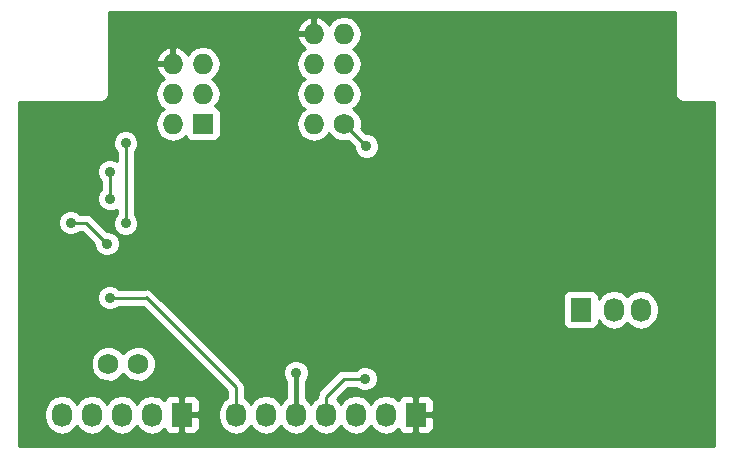
<source format=gbl>
%FSLAX46Y46*%
G04 Gerber Fmt 4.6, Leading zero omitted, Abs format (unit mm)*
G04 Created by KiCad (PCBNEW (2014-10-27 BZR 5228)-product) date 2/21/2015 5:46:05 PM*
%MOMM*%
G01*
G04 APERTURE LIST*
%ADD10C,0.100000*%
%ADD11C,1.750000*%
%ADD12R,1.727200X2.032000*%
%ADD13O,1.727200X2.032000*%
%ADD14R,1.727200X1.727200*%
%ADD15O,1.727200X1.727200*%
%ADD16C,1.727200*%
%ADD17C,0.889000*%
%ADD18C,0.406400*%
%ADD19C,0.254000*%
G04 APERTURE END LIST*
D10*
D11*
X8255000Y-30480000D03*
D12*
X48260000Y-25908000D03*
D13*
X51054000Y-25908000D03*
X53340000Y-25908000D03*
D12*
X14478000Y-34798000D03*
D13*
X11938000Y-34798000D03*
X9398000Y-34798000D03*
X6858000Y-34798000D03*
X4318000Y-34798000D03*
D12*
X34290000Y-34798000D03*
D13*
X31750000Y-34798000D03*
X29210000Y-34798000D03*
X26670000Y-34798000D03*
X24130000Y-34798000D03*
X21590000Y-34798000D03*
X19050000Y-34798000D03*
D14*
X16256000Y-10160000D03*
D15*
X13716000Y-10160000D03*
X16256000Y-7620000D03*
X13716000Y-7620000D03*
X16256000Y-5080000D03*
X13716000Y-5080000D03*
D16*
X28194000Y-10160000D03*
D15*
X25654000Y-10160000D03*
X28194000Y-7620000D03*
X25654000Y-7620000D03*
X28194000Y-5080000D03*
X25654000Y-5080000D03*
X28194000Y-2540000D03*
X25654000Y-2540000D03*
D11*
X10795000Y-30480000D03*
D17*
X3810000Y-15748000D03*
X9144000Y-8128000D03*
X6858000Y-26924000D03*
X13208000Y-20828000D03*
X36639500Y-5842000D03*
X18986500Y-22415500D03*
X22733000Y-21717000D03*
X17018000Y-24384000D03*
X13462000Y-13462000D03*
X20891500Y-8445500D03*
X21463000Y-2540000D03*
X20891500Y-5016500D03*
X18605500Y-11493500D03*
X51054000Y-17526000D03*
X37338000Y-1778000D03*
X24130000Y-31242000D03*
X8382000Y-16510000D03*
X8382000Y-14224000D03*
X30099000Y-12065000D03*
X9715500Y-18605500D03*
X9715500Y-11811000D03*
X8128000Y-20320000D03*
X5080000Y-18542000D03*
X8382000Y-24892000D03*
X29972000Y-31750000D03*
D18*
X3810000Y-15748000D02*
X3810000Y-13462000D01*
X12192000Y-5080000D02*
X13716000Y-5080000D01*
X12192000Y-5080000D02*
X9144000Y-8128000D01*
X9144000Y-8128000D02*
X3810000Y-13462000D01*
X14478000Y-34798000D02*
X14478000Y-31242000D01*
X10160000Y-26924000D02*
X6858000Y-26924000D01*
X14478000Y-31242000D02*
X10160000Y-26924000D01*
X17018000Y-24384000D02*
X18986500Y-22415500D01*
X16637000Y-13462000D02*
X13462000Y-13462000D01*
X20891500Y-8445500D02*
X18605500Y-10731500D01*
X21463000Y-2540000D02*
X20891500Y-3111500D01*
X25654000Y-2540000D02*
X21463000Y-2540000D01*
X20891500Y-3111500D02*
X20891500Y-5016500D01*
X20891500Y-8445500D02*
X20891500Y-5016500D01*
X18605500Y-10731500D02*
X18605500Y-11493500D01*
X18605500Y-11493500D02*
X16637000Y-13462000D01*
X24130000Y-34798000D02*
X24130000Y-31242000D01*
D19*
X8382000Y-16510000D02*
X8382000Y-14224000D01*
X30099000Y-12065000D02*
X28194000Y-10160000D01*
X9715500Y-18605500D02*
X9715500Y-11811000D01*
X6350000Y-18542000D02*
X8128000Y-20320000D01*
X5080000Y-18542000D02*
X6350000Y-18542000D01*
X11430000Y-24892000D02*
X11451788Y-24870212D01*
X8382000Y-24892000D02*
X11430000Y-24892000D01*
X19050000Y-34798000D02*
X19050000Y-32468424D01*
X19050000Y-32468424D02*
X11451788Y-24870212D01*
X29972000Y-31750000D02*
X28194000Y-31750000D01*
X28194000Y-31750000D02*
X26670000Y-33274000D01*
X26670000Y-33274000D02*
X26670000Y-34798000D01*
G36*
X59513000Y-37415000D02*
X54838600Y-37415000D01*
X54838600Y-26092745D01*
X54838600Y-25723255D01*
X54724526Y-25149766D01*
X54399670Y-24663585D01*
X53913489Y-24338729D01*
X53340000Y-24224655D01*
X52766511Y-24338729D01*
X52280330Y-24663585D01*
X52197000Y-24788297D01*
X52113670Y-24663585D01*
X51627489Y-24338729D01*
X51054000Y-24224655D01*
X50480511Y-24338729D01*
X49994330Y-24663585D01*
X49758600Y-25016379D01*
X49758600Y-24765691D01*
X49661927Y-24532302D01*
X49483299Y-24353673D01*
X49249910Y-24257000D01*
X48997291Y-24257000D01*
X47270091Y-24257000D01*
X47036702Y-24353673D01*
X46858073Y-24532301D01*
X46761400Y-24765690D01*
X46761400Y-25018309D01*
X46761400Y-27050309D01*
X46858073Y-27283698D01*
X47036701Y-27462327D01*
X47270090Y-27559000D01*
X47522709Y-27559000D01*
X49249909Y-27559000D01*
X49483298Y-27462327D01*
X49661927Y-27283699D01*
X49758600Y-27050310D01*
X49758600Y-26799620D01*
X49994330Y-27152415D01*
X50480511Y-27477271D01*
X51054000Y-27591345D01*
X51627489Y-27477271D01*
X52113670Y-27152415D01*
X52197000Y-27027702D01*
X52280330Y-27152415D01*
X52766511Y-27477271D01*
X53340000Y-27591345D01*
X53913489Y-27477271D01*
X54399670Y-27152415D01*
X54724526Y-26666234D01*
X54838600Y-26092745D01*
X54838600Y-37415000D01*
X35788600Y-37415000D01*
X35788600Y-35940310D01*
X35788600Y-35687691D01*
X35788600Y-35083750D01*
X35788600Y-34512250D01*
X35788600Y-33908309D01*
X35788600Y-33655690D01*
X35691927Y-33422301D01*
X35513298Y-33243673D01*
X35279909Y-33147000D01*
X34575750Y-33147000D01*
X34417000Y-33305750D01*
X34417000Y-34671000D01*
X35629850Y-34671000D01*
X35788600Y-34512250D01*
X35788600Y-35083750D01*
X35629850Y-34925000D01*
X34417000Y-34925000D01*
X34417000Y-36290250D01*
X34575750Y-36449000D01*
X35279909Y-36449000D01*
X35513298Y-36352327D01*
X35691927Y-36173699D01*
X35788600Y-35940310D01*
X35788600Y-37415000D01*
X34163000Y-37415000D01*
X34163000Y-36290250D01*
X34163000Y-34925000D01*
X34143000Y-34925000D01*
X34143000Y-34671000D01*
X34163000Y-34671000D01*
X34163000Y-33305750D01*
X34004250Y-33147000D01*
X33300091Y-33147000D01*
X33066702Y-33243673D01*
X32888073Y-33422301D01*
X32824499Y-33575779D01*
X32809670Y-33553585D01*
X32323489Y-33228729D01*
X31750000Y-33114655D01*
X31178687Y-33228296D01*
X31178687Y-11851216D01*
X31014689Y-11454311D01*
X30711286Y-11150378D01*
X30314668Y-10985687D01*
X30097127Y-10985497D01*
X29656745Y-10545115D01*
X29692339Y-10459398D01*
X29692859Y-9863218D01*
X29465192Y-9312220D01*
X29043997Y-8890290D01*
X29006004Y-8874514D01*
X29253670Y-8709029D01*
X29578526Y-8222848D01*
X29692600Y-7649359D01*
X29692600Y-7590641D01*
X29578526Y-7017152D01*
X29253670Y-6530971D01*
X28982827Y-6350000D01*
X29253670Y-6169029D01*
X29578526Y-5682848D01*
X29692600Y-5109359D01*
X29692600Y-5050641D01*
X29578526Y-4477152D01*
X29253670Y-3990971D01*
X28982827Y-3810000D01*
X29253670Y-3629029D01*
X29578526Y-3142848D01*
X29692600Y-2569359D01*
X29692600Y-2510641D01*
X29578526Y-1937152D01*
X29253670Y-1450971D01*
X28767489Y-1126115D01*
X28194000Y-1012041D01*
X27620511Y-1126115D01*
X27134330Y-1450971D01*
X26918336Y-1774228D01*
X26860821Y-1651510D01*
X26428947Y-1257312D01*
X26013026Y-1085042D01*
X25781000Y-1206183D01*
X25781000Y-2413000D01*
X25801000Y-2413000D01*
X25801000Y-2667000D01*
X25781000Y-2667000D01*
X25781000Y-2687000D01*
X25527000Y-2687000D01*
X25527000Y-2667000D01*
X25527000Y-2413000D01*
X25527000Y-1206183D01*
X25294974Y-1085042D01*
X24879053Y-1257312D01*
X24447179Y-1651510D01*
X24199032Y-2180973D01*
X24319531Y-2413000D01*
X25527000Y-2413000D01*
X25527000Y-2667000D01*
X24319531Y-2667000D01*
X24199032Y-2899027D01*
X24447179Y-3428490D01*
X24865160Y-3810007D01*
X24594330Y-3990971D01*
X24269474Y-4477152D01*
X24155400Y-5050641D01*
X24155400Y-5109359D01*
X24269474Y-5682848D01*
X24594330Y-6169029D01*
X24865172Y-6350000D01*
X24594330Y-6530971D01*
X24269474Y-7017152D01*
X24155400Y-7590641D01*
X24155400Y-7649359D01*
X24269474Y-8222848D01*
X24594330Y-8709029D01*
X24865172Y-8890000D01*
X24594330Y-9070971D01*
X24269474Y-9557152D01*
X24155400Y-10130641D01*
X24155400Y-10189359D01*
X24269474Y-10762848D01*
X24594330Y-11249029D01*
X25080511Y-11573885D01*
X25654000Y-11687959D01*
X26227489Y-11573885D01*
X26713670Y-11249029D01*
X26904489Y-10963446D01*
X26922808Y-11007780D01*
X27344003Y-11429710D01*
X27894602Y-11658339D01*
X28490782Y-11658859D01*
X28578843Y-11622473D01*
X29019500Y-12063130D01*
X29019313Y-12278784D01*
X29183311Y-12675689D01*
X29486714Y-12979622D01*
X29883332Y-13144313D01*
X30312784Y-13144687D01*
X30709689Y-12980689D01*
X31013622Y-12677286D01*
X31178313Y-12280668D01*
X31178687Y-11851216D01*
X31178687Y-33228296D01*
X31176511Y-33228729D01*
X30690330Y-33553585D01*
X30480000Y-33868365D01*
X30269670Y-33553585D01*
X29783489Y-33228729D01*
X29210000Y-33114655D01*
X28636511Y-33228729D01*
X28150330Y-33553585D01*
X27940000Y-33868365D01*
X27729670Y-33553585D01*
X27572837Y-33448792D01*
X28509630Y-32512000D01*
X29207358Y-32512000D01*
X29359714Y-32664622D01*
X29756332Y-32829313D01*
X30185784Y-32829687D01*
X30582689Y-32665689D01*
X30886622Y-32362286D01*
X31051313Y-31965668D01*
X31051687Y-31536216D01*
X30887689Y-31139311D01*
X30584286Y-30835378D01*
X30187668Y-30670687D01*
X29758216Y-30670313D01*
X29361311Y-30834311D01*
X29207353Y-30988000D01*
X28194000Y-30988000D01*
X27902395Y-31046004D01*
X27655184Y-31211185D01*
X26131185Y-32735185D01*
X25966004Y-32982395D01*
X25908000Y-33274000D01*
X25908000Y-33354688D01*
X25610330Y-33553585D01*
X25400000Y-33868365D01*
X25189670Y-33553585D01*
X24968200Y-33405603D01*
X24968200Y-31930574D01*
X25044622Y-31854286D01*
X25209313Y-31457668D01*
X25209687Y-31028216D01*
X25045689Y-30631311D01*
X24742286Y-30327378D01*
X24345668Y-30162687D01*
X23916216Y-30162313D01*
X23519311Y-30326311D01*
X23215378Y-30629714D01*
X23050687Y-31026332D01*
X23050313Y-31455784D01*
X23214311Y-31852689D01*
X23291800Y-31930313D01*
X23291800Y-33405603D01*
X23070330Y-33553585D01*
X22860000Y-33868365D01*
X22649670Y-33553585D01*
X22163489Y-33228729D01*
X21590000Y-33114655D01*
X21016511Y-33228729D01*
X20530330Y-33553585D01*
X20320000Y-33868365D01*
X20109670Y-33553585D01*
X19812000Y-33354688D01*
X19812000Y-32468424D01*
X19753996Y-32176819D01*
X19588815Y-31929609D01*
X19588815Y-31929608D01*
X17754600Y-30095393D01*
X17754600Y-11149910D01*
X17754600Y-10897291D01*
X17754600Y-9170091D01*
X17657927Y-8936702D01*
X17479299Y-8758073D01*
X17325473Y-8694356D01*
X17640526Y-8222848D01*
X17754600Y-7649359D01*
X17754600Y-7590641D01*
X17640526Y-7017152D01*
X17315670Y-6530971D01*
X17044827Y-6350000D01*
X17315670Y-6169029D01*
X17640526Y-5682848D01*
X17754600Y-5109359D01*
X17754600Y-5050641D01*
X17640526Y-4477152D01*
X17315670Y-3990971D01*
X16829489Y-3666115D01*
X16256000Y-3552041D01*
X15682511Y-3666115D01*
X15196330Y-3990971D01*
X14980336Y-4314228D01*
X14922821Y-4191510D01*
X14490947Y-3797312D01*
X14075026Y-3625042D01*
X13843000Y-3746183D01*
X13843000Y-4953000D01*
X13863000Y-4953000D01*
X13863000Y-5207000D01*
X13843000Y-5207000D01*
X13843000Y-5227000D01*
X13589000Y-5227000D01*
X13589000Y-5207000D01*
X13589000Y-4953000D01*
X13589000Y-3746183D01*
X13356974Y-3625042D01*
X12941053Y-3797312D01*
X12509179Y-4191510D01*
X12261032Y-4720973D01*
X12381531Y-4953000D01*
X13589000Y-4953000D01*
X13589000Y-5207000D01*
X12381531Y-5207000D01*
X12261032Y-5439027D01*
X12509179Y-5968490D01*
X12927160Y-6350007D01*
X12656330Y-6530971D01*
X12331474Y-7017152D01*
X12217400Y-7590641D01*
X12217400Y-7649359D01*
X12331474Y-8222848D01*
X12656330Y-8709029D01*
X12927172Y-8890000D01*
X12656330Y-9070971D01*
X12331474Y-9557152D01*
X12217400Y-10130641D01*
X12217400Y-10189359D01*
X12331474Y-10762848D01*
X12656330Y-11249029D01*
X13142511Y-11573885D01*
X13716000Y-11687959D01*
X14289489Y-11573885D01*
X14775670Y-11249029D01*
X14789736Y-11227976D01*
X14854073Y-11383298D01*
X15032701Y-11561927D01*
X15266090Y-11658600D01*
X15518709Y-11658600D01*
X17245909Y-11658600D01*
X17479298Y-11561927D01*
X17657927Y-11383299D01*
X17754600Y-11149910D01*
X17754600Y-30095393D01*
X11990603Y-24331397D01*
X11743393Y-24166216D01*
X11451788Y-24108212D01*
X11342253Y-24130000D01*
X10795187Y-24130000D01*
X10795187Y-18391716D01*
X10631189Y-17994811D01*
X10477500Y-17840853D01*
X10477500Y-12575641D01*
X10630122Y-12423286D01*
X10794813Y-12026668D01*
X10795187Y-11597216D01*
X10631189Y-11200311D01*
X10327786Y-10896378D01*
X9931168Y-10731687D01*
X9501716Y-10731313D01*
X9104811Y-10895311D01*
X8800878Y-11198714D01*
X8636187Y-11595332D01*
X8635813Y-12024784D01*
X8799811Y-12421689D01*
X8953500Y-12575646D01*
X8953500Y-13292442D01*
X8597668Y-13144687D01*
X8168216Y-13144313D01*
X7771311Y-13308311D01*
X7467378Y-13611714D01*
X7302687Y-14008332D01*
X7302313Y-14437784D01*
X7466311Y-14834689D01*
X7620000Y-14988646D01*
X7620000Y-15745358D01*
X7467378Y-15897714D01*
X7302687Y-16294332D01*
X7302313Y-16723784D01*
X7466311Y-17120689D01*
X7769714Y-17424622D01*
X8166332Y-17589313D01*
X8595784Y-17589687D01*
X8953500Y-17441881D01*
X8953500Y-17840858D01*
X8800878Y-17993214D01*
X8636187Y-18389832D01*
X8635813Y-18819284D01*
X8799811Y-19216189D01*
X9103214Y-19520122D01*
X9499832Y-19684813D01*
X9929284Y-19685187D01*
X10326189Y-19521189D01*
X10630122Y-19217786D01*
X10794813Y-18821168D01*
X10795187Y-18391716D01*
X10795187Y-24130000D01*
X9207687Y-24130000D01*
X9207687Y-20106216D01*
X9043689Y-19709311D01*
X8740286Y-19405378D01*
X8343668Y-19240687D01*
X8126128Y-19240497D01*
X6888815Y-18003185D01*
X6641605Y-17838004D01*
X6350000Y-17780000D01*
X5844641Y-17780000D01*
X5692286Y-17627378D01*
X5295668Y-17462687D01*
X4866216Y-17462313D01*
X4469311Y-17626311D01*
X4165378Y-17929714D01*
X4000687Y-18326332D01*
X4000313Y-18755784D01*
X4164311Y-19152689D01*
X4467714Y-19456622D01*
X4864332Y-19621313D01*
X5293784Y-19621687D01*
X5690689Y-19457689D01*
X5844646Y-19304000D01*
X6034369Y-19304000D01*
X7048500Y-20318131D01*
X7048313Y-20533784D01*
X7212311Y-20930689D01*
X7515714Y-21234622D01*
X7912332Y-21399313D01*
X8341784Y-21399687D01*
X8738689Y-21235689D01*
X9042622Y-20932286D01*
X9207313Y-20535668D01*
X9207687Y-20106216D01*
X9207687Y-24130000D01*
X9146641Y-24130000D01*
X8994286Y-23977378D01*
X8597668Y-23812687D01*
X8168216Y-23812313D01*
X7771311Y-23976311D01*
X7467378Y-24279714D01*
X7302687Y-24676332D01*
X7302313Y-25105784D01*
X7466311Y-25502689D01*
X7769714Y-25806622D01*
X8166332Y-25971313D01*
X8595784Y-25971687D01*
X8992689Y-25807689D01*
X9146646Y-25654000D01*
X11157945Y-25654000D01*
X18288000Y-32784054D01*
X18288000Y-33354688D01*
X17990330Y-33553585D01*
X17665474Y-34039766D01*
X17551400Y-34613255D01*
X17551400Y-34982745D01*
X17665474Y-35556234D01*
X17990330Y-36042415D01*
X18476511Y-36367271D01*
X19050000Y-36481345D01*
X19623489Y-36367271D01*
X20109670Y-36042415D01*
X20320000Y-35727634D01*
X20530330Y-36042415D01*
X21016511Y-36367271D01*
X21590000Y-36481345D01*
X22163489Y-36367271D01*
X22649670Y-36042415D01*
X22860000Y-35727634D01*
X23070330Y-36042415D01*
X23556511Y-36367271D01*
X24130000Y-36481345D01*
X24703489Y-36367271D01*
X25189670Y-36042415D01*
X25400000Y-35727634D01*
X25610330Y-36042415D01*
X26096511Y-36367271D01*
X26670000Y-36481345D01*
X27243489Y-36367271D01*
X27729670Y-36042415D01*
X27940000Y-35727634D01*
X28150330Y-36042415D01*
X28636511Y-36367271D01*
X29210000Y-36481345D01*
X29783489Y-36367271D01*
X30269670Y-36042415D01*
X30480000Y-35727634D01*
X30690330Y-36042415D01*
X31176511Y-36367271D01*
X31750000Y-36481345D01*
X32323489Y-36367271D01*
X32809670Y-36042415D01*
X32824499Y-36020220D01*
X32888073Y-36173699D01*
X33066702Y-36352327D01*
X33300091Y-36449000D01*
X34004250Y-36449000D01*
X34163000Y-36290250D01*
X34163000Y-37415000D01*
X15976600Y-37415000D01*
X15976600Y-35940310D01*
X15976600Y-35687691D01*
X15976600Y-35083750D01*
X15976600Y-34512250D01*
X15976600Y-33908309D01*
X15976600Y-33655690D01*
X15879927Y-33422301D01*
X15701298Y-33243673D01*
X15467909Y-33147000D01*
X14763750Y-33147000D01*
X14605000Y-33305750D01*
X14605000Y-34671000D01*
X15817850Y-34671000D01*
X15976600Y-34512250D01*
X15976600Y-35083750D01*
X15817850Y-34925000D01*
X14605000Y-34925000D01*
X14605000Y-36290250D01*
X14763750Y-36449000D01*
X15467909Y-36449000D01*
X15701298Y-36352327D01*
X15879927Y-36173699D01*
X15976600Y-35940310D01*
X15976600Y-37415000D01*
X14351000Y-37415000D01*
X14351000Y-36290250D01*
X14351000Y-34925000D01*
X14331000Y-34925000D01*
X14331000Y-34671000D01*
X14351000Y-34671000D01*
X14351000Y-33305750D01*
X14192250Y-33147000D01*
X13488091Y-33147000D01*
X13254702Y-33243673D01*
X13076073Y-33422301D01*
X13012499Y-33575779D01*
X12997670Y-33553585D01*
X12511489Y-33228729D01*
X12305262Y-33187707D01*
X12305262Y-30180960D01*
X12075862Y-29625771D01*
X11651463Y-29200630D01*
X11096675Y-28970262D01*
X10495960Y-28969738D01*
X9940771Y-29199138D01*
X9524646Y-29614536D01*
X9111463Y-29200630D01*
X8556675Y-28970262D01*
X7955960Y-28969738D01*
X7400771Y-29199138D01*
X6975630Y-29623537D01*
X6745262Y-30178325D01*
X6744738Y-30779040D01*
X6974138Y-31334229D01*
X7398537Y-31759370D01*
X7953325Y-31989738D01*
X8554040Y-31990262D01*
X9109229Y-31760862D01*
X9525353Y-31345463D01*
X9938537Y-31759370D01*
X10493325Y-31989738D01*
X11094040Y-31990262D01*
X11649229Y-31760862D01*
X12074370Y-31336463D01*
X12304738Y-30781675D01*
X12305262Y-30180960D01*
X12305262Y-33187707D01*
X11938000Y-33114655D01*
X11364511Y-33228729D01*
X10878330Y-33553585D01*
X10668000Y-33868365D01*
X10457670Y-33553585D01*
X9971489Y-33228729D01*
X9398000Y-33114655D01*
X8824511Y-33228729D01*
X8338330Y-33553585D01*
X8128000Y-33868365D01*
X7917670Y-33553585D01*
X7431489Y-33228729D01*
X6858000Y-33114655D01*
X6284511Y-33228729D01*
X5798330Y-33553585D01*
X5588000Y-33868365D01*
X5377670Y-33553585D01*
X4891489Y-33228729D01*
X4318000Y-33114655D01*
X3744511Y-33228729D01*
X3258330Y-33553585D01*
X2933474Y-34039766D01*
X2819400Y-34613255D01*
X2819400Y-34982745D01*
X2933474Y-35556234D01*
X3258330Y-36042415D01*
X3744511Y-36367271D01*
X4318000Y-36481345D01*
X4891489Y-36367271D01*
X5377670Y-36042415D01*
X5588000Y-35727634D01*
X5798330Y-36042415D01*
X6284511Y-36367271D01*
X6858000Y-36481345D01*
X7431489Y-36367271D01*
X7917670Y-36042415D01*
X8128000Y-35727634D01*
X8338330Y-36042415D01*
X8824511Y-36367271D01*
X9398000Y-36481345D01*
X9971489Y-36367271D01*
X10457670Y-36042415D01*
X10668000Y-35727634D01*
X10878330Y-36042415D01*
X11364511Y-36367271D01*
X11938000Y-36481345D01*
X12511489Y-36367271D01*
X12997670Y-36042415D01*
X13012499Y-36020220D01*
X13076073Y-36173699D01*
X13254702Y-36352327D01*
X13488091Y-36449000D01*
X14192250Y-36449000D01*
X14351000Y-36290250D01*
X14351000Y-37415000D01*
X685000Y-37415000D01*
X685000Y-8305000D01*
X7620000Y-8305000D01*
X7882138Y-8252857D01*
X8104368Y-8104368D01*
X8252857Y-7882138D01*
X8305000Y-7620000D01*
X8305000Y-685000D01*
X56211000Y-685000D01*
X56211000Y-7620000D01*
X56263143Y-7882138D01*
X56411632Y-8104368D01*
X56633862Y-8252857D01*
X56896000Y-8305000D01*
X59513000Y-8305000D01*
X59513000Y-37415000D01*
X59513000Y-37415000D01*
G37*
X59513000Y-37415000D02*
X54838600Y-37415000D01*
X54838600Y-26092745D01*
X54838600Y-25723255D01*
X54724526Y-25149766D01*
X54399670Y-24663585D01*
X53913489Y-24338729D01*
X53340000Y-24224655D01*
X52766511Y-24338729D01*
X52280330Y-24663585D01*
X52197000Y-24788297D01*
X52113670Y-24663585D01*
X51627489Y-24338729D01*
X51054000Y-24224655D01*
X50480511Y-24338729D01*
X49994330Y-24663585D01*
X49758600Y-25016379D01*
X49758600Y-24765691D01*
X49661927Y-24532302D01*
X49483299Y-24353673D01*
X49249910Y-24257000D01*
X48997291Y-24257000D01*
X47270091Y-24257000D01*
X47036702Y-24353673D01*
X46858073Y-24532301D01*
X46761400Y-24765690D01*
X46761400Y-25018309D01*
X46761400Y-27050309D01*
X46858073Y-27283698D01*
X47036701Y-27462327D01*
X47270090Y-27559000D01*
X47522709Y-27559000D01*
X49249909Y-27559000D01*
X49483298Y-27462327D01*
X49661927Y-27283699D01*
X49758600Y-27050310D01*
X49758600Y-26799620D01*
X49994330Y-27152415D01*
X50480511Y-27477271D01*
X51054000Y-27591345D01*
X51627489Y-27477271D01*
X52113670Y-27152415D01*
X52197000Y-27027702D01*
X52280330Y-27152415D01*
X52766511Y-27477271D01*
X53340000Y-27591345D01*
X53913489Y-27477271D01*
X54399670Y-27152415D01*
X54724526Y-26666234D01*
X54838600Y-26092745D01*
X54838600Y-37415000D01*
X35788600Y-37415000D01*
X35788600Y-35940310D01*
X35788600Y-35687691D01*
X35788600Y-35083750D01*
X35788600Y-34512250D01*
X35788600Y-33908309D01*
X35788600Y-33655690D01*
X35691927Y-33422301D01*
X35513298Y-33243673D01*
X35279909Y-33147000D01*
X34575750Y-33147000D01*
X34417000Y-33305750D01*
X34417000Y-34671000D01*
X35629850Y-34671000D01*
X35788600Y-34512250D01*
X35788600Y-35083750D01*
X35629850Y-34925000D01*
X34417000Y-34925000D01*
X34417000Y-36290250D01*
X34575750Y-36449000D01*
X35279909Y-36449000D01*
X35513298Y-36352327D01*
X35691927Y-36173699D01*
X35788600Y-35940310D01*
X35788600Y-37415000D01*
X34163000Y-37415000D01*
X34163000Y-36290250D01*
X34163000Y-34925000D01*
X34143000Y-34925000D01*
X34143000Y-34671000D01*
X34163000Y-34671000D01*
X34163000Y-33305750D01*
X34004250Y-33147000D01*
X33300091Y-33147000D01*
X33066702Y-33243673D01*
X32888073Y-33422301D01*
X32824499Y-33575779D01*
X32809670Y-33553585D01*
X32323489Y-33228729D01*
X31750000Y-33114655D01*
X31178687Y-33228296D01*
X31178687Y-11851216D01*
X31014689Y-11454311D01*
X30711286Y-11150378D01*
X30314668Y-10985687D01*
X30097127Y-10985497D01*
X29656745Y-10545115D01*
X29692339Y-10459398D01*
X29692859Y-9863218D01*
X29465192Y-9312220D01*
X29043997Y-8890290D01*
X29006004Y-8874514D01*
X29253670Y-8709029D01*
X29578526Y-8222848D01*
X29692600Y-7649359D01*
X29692600Y-7590641D01*
X29578526Y-7017152D01*
X29253670Y-6530971D01*
X28982827Y-6350000D01*
X29253670Y-6169029D01*
X29578526Y-5682848D01*
X29692600Y-5109359D01*
X29692600Y-5050641D01*
X29578526Y-4477152D01*
X29253670Y-3990971D01*
X28982827Y-3810000D01*
X29253670Y-3629029D01*
X29578526Y-3142848D01*
X29692600Y-2569359D01*
X29692600Y-2510641D01*
X29578526Y-1937152D01*
X29253670Y-1450971D01*
X28767489Y-1126115D01*
X28194000Y-1012041D01*
X27620511Y-1126115D01*
X27134330Y-1450971D01*
X26918336Y-1774228D01*
X26860821Y-1651510D01*
X26428947Y-1257312D01*
X26013026Y-1085042D01*
X25781000Y-1206183D01*
X25781000Y-2413000D01*
X25801000Y-2413000D01*
X25801000Y-2667000D01*
X25781000Y-2667000D01*
X25781000Y-2687000D01*
X25527000Y-2687000D01*
X25527000Y-2667000D01*
X25527000Y-2413000D01*
X25527000Y-1206183D01*
X25294974Y-1085042D01*
X24879053Y-1257312D01*
X24447179Y-1651510D01*
X24199032Y-2180973D01*
X24319531Y-2413000D01*
X25527000Y-2413000D01*
X25527000Y-2667000D01*
X24319531Y-2667000D01*
X24199032Y-2899027D01*
X24447179Y-3428490D01*
X24865160Y-3810007D01*
X24594330Y-3990971D01*
X24269474Y-4477152D01*
X24155400Y-5050641D01*
X24155400Y-5109359D01*
X24269474Y-5682848D01*
X24594330Y-6169029D01*
X24865172Y-6350000D01*
X24594330Y-6530971D01*
X24269474Y-7017152D01*
X24155400Y-7590641D01*
X24155400Y-7649359D01*
X24269474Y-8222848D01*
X24594330Y-8709029D01*
X24865172Y-8890000D01*
X24594330Y-9070971D01*
X24269474Y-9557152D01*
X24155400Y-10130641D01*
X24155400Y-10189359D01*
X24269474Y-10762848D01*
X24594330Y-11249029D01*
X25080511Y-11573885D01*
X25654000Y-11687959D01*
X26227489Y-11573885D01*
X26713670Y-11249029D01*
X26904489Y-10963446D01*
X26922808Y-11007780D01*
X27344003Y-11429710D01*
X27894602Y-11658339D01*
X28490782Y-11658859D01*
X28578843Y-11622473D01*
X29019500Y-12063130D01*
X29019313Y-12278784D01*
X29183311Y-12675689D01*
X29486714Y-12979622D01*
X29883332Y-13144313D01*
X30312784Y-13144687D01*
X30709689Y-12980689D01*
X31013622Y-12677286D01*
X31178313Y-12280668D01*
X31178687Y-11851216D01*
X31178687Y-33228296D01*
X31176511Y-33228729D01*
X30690330Y-33553585D01*
X30480000Y-33868365D01*
X30269670Y-33553585D01*
X29783489Y-33228729D01*
X29210000Y-33114655D01*
X28636511Y-33228729D01*
X28150330Y-33553585D01*
X27940000Y-33868365D01*
X27729670Y-33553585D01*
X27572837Y-33448792D01*
X28509630Y-32512000D01*
X29207358Y-32512000D01*
X29359714Y-32664622D01*
X29756332Y-32829313D01*
X30185784Y-32829687D01*
X30582689Y-32665689D01*
X30886622Y-32362286D01*
X31051313Y-31965668D01*
X31051687Y-31536216D01*
X30887689Y-31139311D01*
X30584286Y-30835378D01*
X30187668Y-30670687D01*
X29758216Y-30670313D01*
X29361311Y-30834311D01*
X29207353Y-30988000D01*
X28194000Y-30988000D01*
X27902395Y-31046004D01*
X27655184Y-31211185D01*
X26131185Y-32735185D01*
X25966004Y-32982395D01*
X25908000Y-33274000D01*
X25908000Y-33354688D01*
X25610330Y-33553585D01*
X25400000Y-33868365D01*
X25189670Y-33553585D01*
X24968200Y-33405603D01*
X24968200Y-31930574D01*
X25044622Y-31854286D01*
X25209313Y-31457668D01*
X25209687Y-31028216D01*
X25045689Y-30631311D01*
X24742286Y-30327378D01*
X24345668Y-30162687D01*
X23916216Y-30162313D01*
X23519311Y-30326311D01*
X23215378Y-30629714D01*
X23050687Y-31026332D01*
X23050313Y-31455784D01*
X23214311Y-31852689D01*
X23291800Y-31930313D01*
X23291800Y-33405603D01*
X23070330Y-33553585D01*
X22860000Y-33868365D01*
X22649670Y-33553585D01*
X22163489Y-33228729D01*
X21590000Y-33114655D01*
X21016511Y-33228729D01*
X20530330Y-33553585D01*
X20320000Y-33868365D01*
X20109670Y-33553585D01*
X19812000Y-33354688D01*
X19812000Y-32468424D01*
X19753996Y-32176819D01*
X19588815Y-31929609D01*
X19588815Y-31929608D01*
X17754600Y-30095393D01*
X17754600Y-11149910D01*
X17754600Y-10897291D01*
X17754600Y-9170091D01*
X17657927Y-8936702D01*
X17479299Y-8758073D01*
X17325473Y-8694356D01*
X17640526Y-8222848D01*
X17754600Y-7649359D01*
X17754600Y-7590641D01*
X17640526Y-7017152D01*
X17315670Y-6530971D01*
X17044827Y-6350000D01*
X17315670Y-6169029D01*
X17640526Y-5682848D01*
X17754600Y-5109359D01*
X17754600Y-5050641D01*
X17640526Y-4477152D01*
X17315670Y-3990971D01*
X16829489Y-3666115D01*
X16256000Y-3552041D01*
X15682511Y-3666115D01*
X15196330Y-3990971D01*
X14980336Y-4314228D01*
X14922821Y-4191510D01*
X14490947Y-3797312D01*
X14075026Y-3625042D01*
X13843000Y-3746183D01*
X13843000Y-4953000D01*
X13863000Y-4953000D01*
X13863000Y-5207000D01*
X13843000Y-5207000D01*
X13843000Y-5227000D01*
X13589000Y-5227000D01*
X13589000Y-5207000D01*
X13589000Y-4953000D01*
X13589000Y-3746183D01*
X13356974Y-3625042D01*
X12941053Y-3797312D01*
X12509179Y-4191510D01*
X12261032Y-4720973D01*
X12381531Y-4953000D01*
X13589000Y-4953000D01*
X13589000Y-5207000D01*
X12381531Y-5207000D01*
X12261032Y-5439027D01*
X12509179Y-5968490D01*
X12927160Y-6350007D01*
X12656330Y-6530971D01*
X12331474Y-7017152D01*
X12217400Y-7590641D01*
X12217400Y-7649359D01*
X12331474Y-8222848D01*
X12656330Y-8709029D01*
X12927172Y-8890000D01*
X12656330Y-9070971D01*
X12331474Y-9557152D01*
X12217400Y-10130641D01*
X12217400Y-10189359D01*
X12331474Y-10762848D01*
X12656330Y-11249029D01*
X13142511Y-11573885D01*
X13716000Y-11687959D01*
X14289489Y-11573885D01*
X14775670Y-11249029D01*
X14789736Y-11227976D01*
X14854073Y-11383298D01*
X15032701Y-11561927D01*
X15266090Y-11658600D01*
X15518709Y-11658600D01*
X17245909Y-11658600D01*
X17479298Y-11561927D01*
X17657927Y-11383299D01*
X17754600Y-11149910D01*
X17754600Y-30095393D01*
X11990603Y-24331397D01*
X11743393Y-24166216D01*
X11451788Y-24108212D01*
X11342253Y-24130000D01*
X10795187Y-24130000D01*
X10795187Y-18391716D01*
X10631189Y-17994811D01*
X10477500Y-17840853D01*
X10477500Y-12575641D01*
X10630122Y-12423286D01*
X10794813Y-12026668D01*
X10795187Y-11597216D01*
X10631189Y-11200311D01*
X10327786Y-10896378D01*
X9931168Y-10731687D01*
X9501716Y-10731313D01*
X9104811Y-10895311D01*
X8800878Y-11198714D01*
X8636187Y-11595332D01*
X8635813Y-12024784D01*
X8799811Y-12421689D01*
X8953500Y-12575646D01*
X8953500Y-13292442D01*
X8597668Y-13144687D01*
X8168216Y-13144313D01*
X7771311Y-13308311D01*
X7467378Y-13611714D01*
X7302687Y-14008332D01*
X7302313Y-14437784D01*
X7466311Y-14834689D01*
X7620000Y-14988646D01*
X7620000Y-15745358D01*
X7467378Y-15897714D01*
X7302687Y-16294332D01*
X7302313Y-16723784D01*
X7466311Y-17120689D01*
X7769714Y-17424622D01*
X8166332Y-17589313D01*
X8595784Y-17589687D01*
X8953500Y-17441881D01*
X8953500Y-17840858D01*
X8800878Y-17993214D01*
X8636187Y-18389832D01*
X8635813Y-18819284D01*
X8799811Y-19216189D01*
X9103214Y-19520122D01*
X9499832Y-19684813D01*
X9929284Y-19685187D01*
X10326189Y-19521189D01*
X10630122Y-19217786D01*
X10794813Y-18821168D01*
X10795187Y-18391716D01*
X10795187Y-24130000D01*
X9207687Y-24130000D01*
X9207687Y-20106216D01*
X9043689Y-19709311D01*
X8740286Y-19405378D01*
X8343668Y-19240687D01*
X8126128Y-19240497D01*
X6888815Y-18003185D01*
X6641605Y-17838004D01*
X6350000Y-17780000D01*
X5844641Y-17780000D01*
X5692286Y-17627378D01*
X5295668Y-17462687D01*
X4866216Y-17462313D01*
X4469311Y-17626311D01*
X4165378Y-17929714D01*
X4000687Y-18326332D01*
X4000313Y-18755784D01*
X4164311Y-19152689D01*
X4467714Y-19456622D01*
X4864332Y-19621313D01*
X5293784Y-19621687D01*
X5690689Y-19457689D01*
X5844646Y-19304000D01*
X6034369Y-19304000D01*
X7048500Y-20318131D01*
X7048313Y-20533784D01*
X7212311Y-20930689D01*
X7515714Y-21234622D01*
X7912332Y-21399313D01*
X8341784Y-21399687D01*
X8738689Y-21235689D01*
X9042622Y-20932286D01*
X9207313Y-20535668D01*
X9207687Y-20106216D01*
X9207687Y-24130000D01*
X9146641Y-24130000D01*
X8994286Y-23977378D01*
X8597668Y-23812687D01*
X8168216Y-23812313D01*
X7771311Y-23976311D01*
X7467378Y-24279714D01*
X7302687Y-24676332D01*
X7302313Y-25105784D01*
X7466311Y-25502689D01*
X7769714Y-25806622D01*
X8166332Y-25971313D01*
X8595784Y-25971687D01*
X8992689Y-25807689D01*
X9146646Y-25654000D01*
X11157945Y-25654000D01*
X18288000Y-32784054D01*
X18288000Y-33354688D01*
X17990330Y-33553585D01*
X17665474Y-34039766D01*
X17551400Y-34613255D01*
X17551400Y-34982745D01*
X17665474Y-35556234D01*
X17990330Y-36042415D01*
X18476511Y-36367271D01*
X19050000Y-36481345D01*
X19623489Y-36367271D01*
X20109670Y-36042415D01*
X20320000Y-35727634D01*
X20530330Y-36042415D01*
X21016511Y-36367271D01*
X21590000Y-36481345D01*
X22163489Y-36367271D01*
X22649670Y-36042415D01*
X22860000Y-35727634D01*
X23070330Y-36042415D01*
X23556511Y-36367271D01*
X24130000Y-36481345D01*
X24703489Y-36367271D01*
X25189670Y-36042415D01*
X25400000Y-35727634D01*
X25610330Y-36042415D01*
X26096511Y-36367271D01*
X26670000Y-36481345D01*
X27243489Y-36367271D01*
X27729670Y-36042415D01*
X27940000Y-35727634D01*
X28150330Y-36042415D01*
X28636511Y-36367271D01*
X29210000Y-36481345D01*
X29783489Y-36367271D01*
X30269670Y-36042415D01*
X30480000Y-35727634D01*
X30690330Y-36042415D01*
X31176511Y-36367271D01*
X31750000Y-36481345D01*
X32323489Y-36367271D01*
X32809670Y-36042415D01*
X32824499Y-36020220D01*
X32888073Y-36173699D01*
X33066702Y-36352327D01*
X33300091Y-36449000D01*
X34004250Y-36449000D01*
X34163000Y-36290250D01*
X34163000Y-37415000D01*
X15976600Y-37415000D01*
X15976600Y-35940310D01*
X15976600Y-35687691D01*
X15976600Y-35083750D01*
X15976600Y-34512250D01*
X15976600Y-33908309D01*
X15976600Y-33655690D01*
X15879927Y-33422301D01*
X15701298Y-33243673D01*
X15467909Y-33147000D01*
X14763750Y-33147000D01*
X14605000Y-33305750D01*
X14605000Y-34671000D01*
X15817850Y-34671000D01*
X15976600Y-34512250D01*
X15976600Y-35083750D01*
X15817850Y-34925000D01*
X14605000Y-34925000D01*
X14605000Y-36290250D01*
X14763750Y-36449000D01*
X15467909Y-36449000D01*
X15701298Y-36352327D01*
X15879927Y-36173699D01*
X15976600Y-35940310D01*
X15976600Y-37415000D01*
X14351000Y-37415000D01*
X14351000Y-36290250D01*
X14351000Y-34925000D01*
X14331000Y-34925000D01*
X14331000Y-34671000D01*
X14351000Y-34671000D01*
X14351000Y-33305750D01*
X14192250Y-33147000D01*
X13488091Y-33147000D01*
X13254702Y-33243673D01*
X13076073Y-33422301D01*
X13012499Y-33575779D01*
X12997670Y-33553585D01*
X12511489Y-33228729D01*
X12305262Y-33187707D01*
X12305262Y-30180960D01*
X12075862Y-29625771D01*
X11651463Y-29200630D01*
X11096675Y-28970262D01*
X10495960Y-28969738D01*
X9940771Y-29199138D01*
X9524646Y-29614536D01*
X9111463Y-29200630D01*
X8556675Y-28970262D01*
X7955960Y-28969738D01*
X7400771Y-29199138D01*
X6975630Y-29623537D01*
X6745262Y-30178325D01*
X6744738Y-30779040D01*
X6974138Y-31334229D01*
X7398537Y-31759370D01*
X7953325Y-31989738D01*
X8554040Y-31990262D01*
X9109229Y-31760862D01*
X9525353Y-31345463D01*
X9938537Y-31759370D01*
X10493325Y-31989738D01*
X11094040Y-31990262D01*
X11649229Y-31760862D01*
X12074370Y-31336463D01*
X12304738Y-30781675D01*
X12305262Y-30180960D01*
X12305262Y-33187707D01*
X11938000Y-33114655D01*
X11364511Y-33228729D01*
X10878330Y-33553585D01*
X10668000Y-33868365D01*
X10457670Y-33553585D01*
X9971489Y-33228729D01*
X9398000Y-33114655D01*
X8824511Y-33228729D01*
X8338330Y-33553585D01*
X8128000Y-33868365D01*
X7917670Y-33553585D01*
X7431489Y-33228729D01*
X6858000Y-33114655D01*
X6284511Y-33228729D01*
X5798330Y-33553585D01*
X5588000Y-33868365D01*
X5377670Y-33553585D01*
X4891489Y-33228729D01*
X4318000Y-33114655D01*
X3744511Y-33228729D01*
X3258330Y-33553585D01*
X2933474Y-34039766D01*
X2819400Y-34613255D01*
X2819400Y-34982745D01*
X2933474Y-35556234D01*
X3258330Y-36042415D01*
X3744511Y-36367271D01*
X4318000Y-36481345D01*
X4891489Y-36367271D01*
X5377670Y-36042415D01*
X5588000Y-35727634D01*
X5798330Y-36042415D01*
X6284511Y-36367271D01*
X6858000Y-36481345D01*
X7431489Y-36367271D01*
X7917670Y-36042415D01*
X8128000Y-35727634D01*
X8338330Y-36042415D01*
X8824511Y-36367271D01*
X9398000Y-36481345D01*
X9971489Y-36367271D01*
X10457670Y-36042415D01*
X10668000Y-35727634D01*
X10878330Y-36042415D01*
X11364511Y-36367271D01*
X11938000Y-36481345D01*
X12511489Y-36367271D01*
X12997670Y-36042415D01*
X13012499Y-36020220D01*
X13076073Y-36173699D01*
X13254702Y-36352327D01*
X13488091Y-36449000D01*
X14192250Y-36449000D01*
X14351000Y-36290250D01*
X14351000Y-37415000D01*
X685000Y-37415000D01*
X685000Y-8305000D01*
X7620000Y-8305000D01*
X7882138Y-8252857D01*
X8104368Y-8104368D01*
X8252857Y-7882138D01*
X8305000Y-7620000D01*
X8305000Y-685000D01*
X56211000Y-685000D01*
X56211000Y-7620000D01*
X56263143Y-7882138D01*
X56411632Y-8104368D01*
X56633862Y-8252857D01*
X56896000Y-8305000D01*
X59513000Y-8305000D01*
X59513000Y-37415000D01*
M02*

</source>
